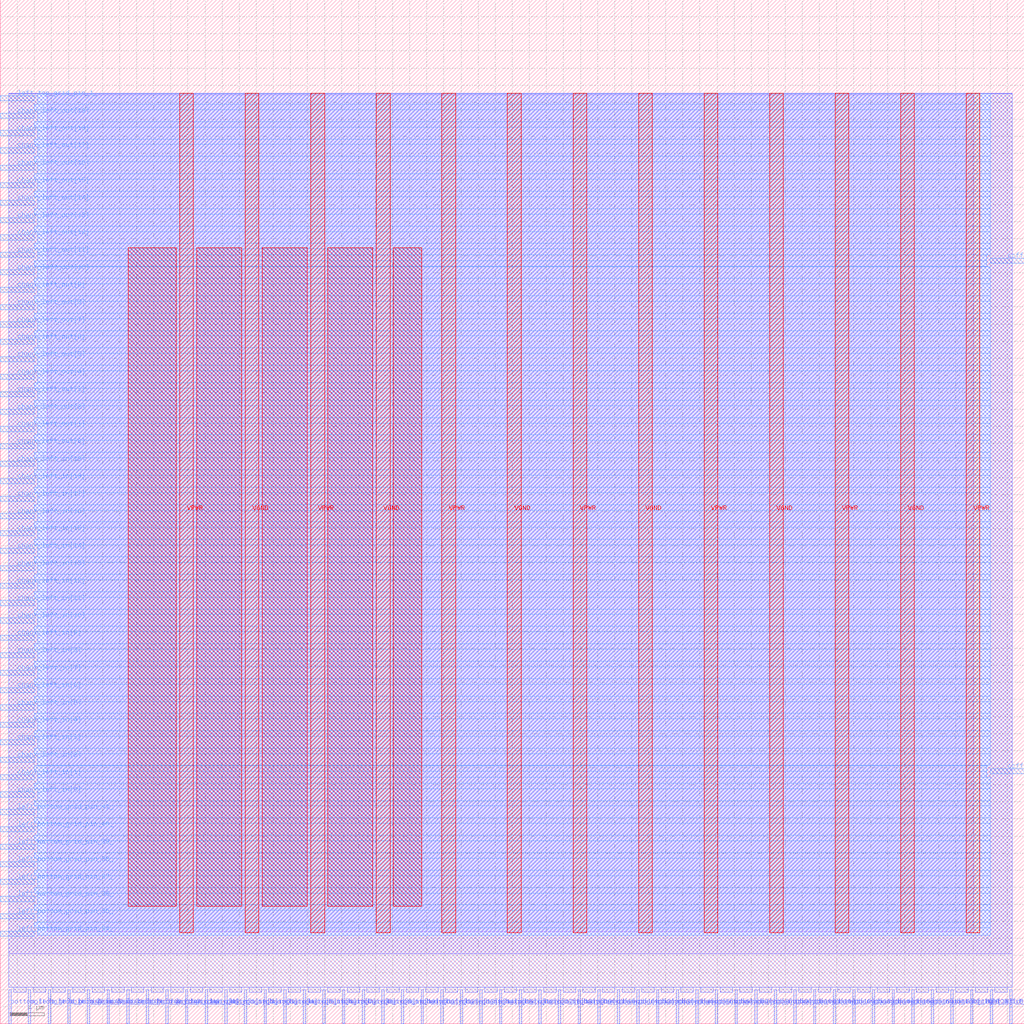
<source format=lef>
VERSION 5.7 ;
  NOWIREEXTENSIONATPIN ON ;
  DIVIDERCHAR "/" ;
  BUSBITCHARS "[]" ;
MACRO sb_2__2_
  CLASS BLOCK ;
  FOREIGN sb_2__2_ ;
  ORIGIN 0.000 0.000 ;
  SIZE 120.000 BY 120.000 ;
  PIN SC_IN_BOT
    DIRECTION INPUT ;
    USE SIGNAL ;
    PORT
      LAYER met2 ;
        RECT 113.710 0.000 113.990 4.000 ;
    END
  END SC_IN_BOT
  PIN SC_OUT_BOT
    DIRECTION OUTPUT TRISTATE ;
    USE SIGNAL ;
    PORT
      LAYER met2 ;
        RECT 116.010 0.000 116.290 4.000 ;
    END
  END SC_OUT_BOT
  PIN VGND
    DIRECTION INOUT ;
    USE GROUND ;
    PORT
      LAYER met4 ;
        RECT 28.720 10.640 30.320 109.040 ;
    END
    PORT
      LAYER met4 ;
        RECT 44.080 10.640 45.680 109.040 ;
    END
    PORT
      LAYER met4 ;
        RECT 59.440 10.640 61.040 109.040 ;
    END
    PORT
      LAYER met4 ;
        RECT 74.800 10.640 76.400 109.040 ;
    END
    PORT
      LAYER met4 ;
        RECT 90.160 10.640 91.760 109.040 ;
    END
    PORT
      LAYER met4 ;
        RECT 105.520 10.640 107.120 109.040 ;
    END
  END VGND
  PIN VPWR
    DIRECTION INOUT ;
    USE POWER ;
    PORT
      LAYER met4 ;
        RECT 21.040 10.640 22.640 109.040 ;
    END
    PORT
      LAYER met4 ;
        RECT 36.400 10.640 38.000 109.040 ;
    END
    PORT
      LAYER met4 ;
        RECT 51.760 10.640 53.360 109.040 ;
    END
    PORT
      LAYER met4 ;
        RECT 67.120 10.640 68.720 109.040 ;
    END
    PORT
      LAYER met4 ;
        RECT 82.480 10.640 84.080 109.040 ;
    END
    PORT
      LAYER met4 ;
        RECT 97.840 10.640 99.440 109.040 ;
    END
    PORT
      LAYER met4 ;
        RECT 113.200 10.640 114.800 109.040 ;
    END
  END VPWR
  PIN bottom_left_grid_pin_42_
    DIRECTION INPUT ;
    USE SIGNAL ;
    PORT
      LAYER met2 ;
        RECT 1.010 0.000 1.290 4.000 ;
    END
  END bottom_left_grid_pin_42_
  PIN bottom_left_grid_pin_43_
    DIRECTION INPUT ;
    USE SIGNAL ;
    PORT
      LAYER met2 ;
        RECT 3.310 0.000 3.590 4.000 ;
    END
  END bottom_left_grid_pin_43_
  PIN bottom_left_grid_pin_44_
    DIRECTION INPUT ;
    USE SIGNAL ;
    PORT
      LAYER met2 ;
        RECT 5.610 0.000 5.890 4.000 ;
    END
  END bottom_left_grid_pin_44_
  PIN bottom_left_grid_pin_45_
    DIRECTION INPUT ;
    USE SIGNAL ;
    PORT
      LAYER met2 ;
        RECT 7.910 0.000 8.190 4.000 ;
    END
  END bottom_left_grid_pin_45_
  PIN bottom_left_grid_pin_46_
    DIRECTION INPUT ;
    USE SIGNAL ;
    PORT
      LAYER met2 ;
        RECT 10.210 0.000 10.490 4.000 ;
    END
  END bottom_left_grid_pin_46_
  PIN bottom_left_grid_pin_47_
    DIRECTION INPUT ;
    USE SIGNAL ;
    PORT
      LAYER met2 ;
        RECT 12.510 0.000 12.790 4.000 ;
    END
  END bottom_left_grid_pin_47_
  PIN bottom_left_grid_pin_48_
    DIRECTION INPUT ;
    USE SIGNAL ;
    PORT
      LAYER met2 ;
        RECT 14.810 0.000 15.090 4.000 ;
    END
  END bottom_left_grid_pin_48_
  PIN bottom_left_grid_pin_49_
    DIRECTION INPUT ;
    USE SIGNAL ;
    PORT
      LAYER met2 ;
        RECT 17.110 0.000 17.390 4.000 ;
    END
  END bottom_left_grid_pin_49_
  PIN bottom_right_grid_pin_1_
    DIRECTION INPUT ;
    USE SIGNAL ;
    PORT
      LAYER met2 ;
        RECT 111.410 0.000 111.690 4.000 ;
    END
  END bottom_right_grid_pin_1_
  PIN ccff_head
    DIRECTION INPUT ;
    USE SIGNAL ;
    PORT
      LAYER met3 ;
        RECT 116.000 29.280 120.000 29.880 ;
    END
  END ccff_head
  PIN ccff_tail
    DIRECTION OUTPUT TRISTATE ;
    USE SIGNAL ;
    PORT
      LAYER met3 ;
        RECT 116.000 89.120 120.000 89.720 ;
    END
  END ccff_tail
  PIN chanx_left_in[0]
    DIRECTION INPUT ;
    USE SIGNAL ;
    PORT
      LAYER met3 ;
        RECT 0.000 26.560 4.000 27.160 ;
    END
  END chanx_left_in[0]
  PIN chanx_left_in[10]
    DIRECTION INPUT ;
    USE SIGNAL ;
    PORT
      LAYER met3 ;
        RECT 0.000 46.960 4.000 47.560 ;
    END
  END chanx_left_in[10]
  PIN chanx_left_in[11]
    DIRECTION INPUT ;
    USE SIGNAL ;
    PORT
      LAYER met3 ;
        RECT 0.000 49.000 4.000 49.600 ;
    END
  END chanx_left_in[11]
  PIN chanx_left_in[12]
    DIRECTION INPUT ;
    USE SIGNAL ;
    PORT
      LAYER met3 ;
        RECT 0.000 51.040 4.000 51.640 ;
    END
  END chanx_left_in[12]
  PIN chanx_left_in[13]
    DIRECTION INPUT ;
    USE SIGNAL ;
    PORT
      LAYER met3 ;
        RECT 0.000 53.080 4.000 53.680 ;
    END
  END chanx_left_in[13]
  PIN chanx_left_in[14]
    DIRECTION INPUT ;
    USE SIGNAL ;
    PORT
      LAYER met3 ;
        RECT 0.000 55.120 4.000 55.720 ;
    END
  END chanx_left_in[14]
  PIN chanx_left_in[15]
    DIRECTION INPUT ;
    USE SIGNAL ;
    PORT
      LAYER met3 ;
        RECT 0.000 57.160 4.000 57.760 ;
    END
  END chanx_left_in[15]
  PIN chanx_left_in[16]
    DIRECTION INPUT ;
    USE SIGNAL ;
    PORT
      LAYER met3 ;
        RECT 0.000 59.200 4.000 59.800 ;
    END
  END chanx_left_in[16]
  PIN chanx_left_in[17]
    DIRECTION INPUT ;
    USE SIGNAL ;
    PORT
      LAYER met3 ;
        RECT 0.000 61.240 4.000 61.840 ;
    END
  END chanx_left_in[17]
  PIN chanx_left_in[18]
    DIRECTION INPUT ;
    USE SIGNAL ;
    PORT
      LAYER met3 ;
        RECT 0.000 63.280 4.000 63.880 ;
    END
  END chanx_left_in[18]
  PIN chanx_left_in[19]
    DIRECTION INPUT ;
    USE SIGNAL ;
    PORT
      LAYER met3 ;
        RECT 0.000 65.320 4.000 65.920 ;
    END
  END chanx_left_in[19]
  PIN chanx_left_in[1]
    DIRECTION INPUT ;
    USE SIGNAL ;
    PORT
      LAYER met3 ;
        RECT 0.000 28.600 4.000 29.200 ;
    END
  END chanx_left_in[1]
  PIN chanx_left_in[2]
    DIRECTION INPUT ;
    USE SIGNAL ;
    PORT
      LAYER met3 ;
        RECT 0.000 30.640 4.000 31.240 ;
    END
  END chanx_left_in[2]
  PIN chanx_left_in[3]
    DIRECTION INPUT ;
    USE SIGNAL ;
    PORT
      LAYER met3 ;
        RECT 0.000 32.680 4.000 33.280 ;
    END
  END chanx_left_in[3]
  PIN chanx_left_in[4]
    DIRECTION INPUT ;
    USE SIGNAL ;
    PORT
      LAYER met3 ;
        RECT 0.000 34.720 4.000 35.320 ;
    END
  END chanx_left_in[4]
  PIN chanx_left_in[5]
    DIRECTION INPUT ;
    USE SIGNAL ;
    PORT
      LAYER met3 ;
        RECT 0.000 36.760 4.000 37.360 ;
    END
  END chanx_left_in[5]
  PIN chanx_left_in[6]
    DIRECTION INPUT ;
    USE SIGNAL ;
    PORT
      LAYER met3 ;
        RECT 0.000 38.800 4.000 39.400 ;
    END
  END chanx_left_in[6]
  PIN chanx_left_in[7]
    DIRECTION INPUT ;
    USE SIGNAL ;
    PORT
      LAYER met3 ;
        RECT 0.000 40.840 4.000 41.440 ;
    END
  END chanx_left_in[7]
  PIN chanx_left_in[8]
    DIRECTION INPUT ;
    USE SIGNAL ;
    PORT
      LAYER met3 ;
        RECT 0.000 42.880 4.000 43.480 ;
    END
  END chanx_left_in[8]
  PIN chanx_left_in[9]
    DIRECTION INPUT ;
    USE SIGNAL ;
    PORT
      LAYER met3 ;
        RECT 0.000 44.920 4.000 45.520 ;
    END
  END chanx_left_in[9]
  PIN chanx_left_out[0]
    DIRECTION OUTPUT TRISTATE ;
    USE SIGNAL ;
    PORT
      LAYER met3 ;
        RECT 0.000 67.360 4.000 67.960 ;
    END
  END chanx_left_out[0]
  PIN chanx_left_out[10]
    DIRECTION OUTPUT TRISTATE ;
    USE SIGNAL ;
    PORT
      LAYER met3 ;
        RECT 0.000 87.760 4.000 88.360 ;
    END
  END chanx_left_out[10]
  PIN chanx_left_out[11]
    DIRECTION OUTPUT TRISTATE ;
    USE SIGNAL ;
    PORT
      LAYER met3 ;
        RECT 0.000 89.800 4.000 90.400 ;
    END
  END chanx_left_out[11]
  PIN chanx_left_out[12]
    DIRECTION OUTPUT TRISTATE ;
    USE SIGNAL ;
    PORT
      LAYER met3 ;
        RECT 0.000 91.840 4.000 92.440 ;
    END
  END chanx_left_out[12]
  PIN chanx_left_out[13]
    DIRECTION OUTPUT TRISTATE ;
    USE SIGNAL ;
    PORT
      LAYER met3 ;
        RECT 0.000 93.880 4.000 94.480 ;
    END
  END chanx_left_out[13]
  PIN chanx_left_out[14]
    DIRECTION OUTPUT TRISTATE ;
    USE SIGNAL ;
    PORT
      LAYER met3 ;
        RECT 0.000 95.920 4.000 96.520 ;
    END
  END chanx_left_out[14]
  PIN chanx_left_out[15]
    DIRECTION OUTPUT TRISTATE ;
    USE SIGNAL ;
    PORT
      LAYER met3 ;
        RECT 0.000 97.960 4.000 98.560 ;
    END
  END chanx_left_out[15]
  PIN chanx_left_out[16]
    DIRECTION OUTPUT TRISTATE ;
    USE SIGNAL ;
    PORT
      LAYER met3 ;
        RECT 0.000 100.000 4.000 100.600 ;
    END
  END chanx_left_out[16]
  PIN chanx_left_out[17]
    DIRECTION OUTPUT TRISTATE ;
    USE SIGNAL ;
    PORT
      LAYER met3 ;
        RECT 0.000 102.040 4.000 102.640 ;
    END
  END chanx_left_out[17]
  PIN chanx_left_out[18]
    DIRECTION OUTPUT TRISTATE ;
    USE SIGNAL ;
    PORT
      LAYER met3 ;
        RECT 0.000 104.080 4.000 104.680 ;
    END
  END chanx_left_out[18]
  PIN chanx_left_out[19]
    DIRECTION OUTPUT TRISTATE ;
    USE SIGNAL ;
    PORT
      LAYER met3 ;
        RECT 0.000 106.120 4.000 106.720 ;
    END
  END chanx_left_out[19]
  PIN chanx_left_out[1]
    DIRECTION OUTPUT TRISTATE ;
    USE SIGNAL ;
    PORT
      LAYER met3 ;
        RECT 0.000 69.400 4.000 70.000 ;
    END
  END chanx_left_out[1]
  PIN chanx_left_out[2]
    DIRECTION OUTPUT TRISTATE ;
    USE SIGNAL ;
    PORT
      LAYER met3 ;
        RECT 0.000 71.440 4.000 72.040 ;
    END
  END chanx_left_out[2]
  PIN chanx_left_out[3]
    DIRECTION OUTPUT TRISTATE ;
    USE SIGNAL ;
    PORT
      LAYER met3 ;
        RECT 0.000 73.480 4.000 74.080 ;
    END
  END chanx_left_out[3]
  PIN chanx_left_out[4]
    DIRECTION OUTPUT TRISTATE ;
    USE SIGNAL ;
    PORT
      LAYER met3 ;
        RECT 0.000 75.520 4.000 76.120 ;
    END
  END chanx_left_out[4]
  PIN chanx_left_out[5]
    DIRECTION OUTPUT TRISTATE ;
    USE SIGNAL ;
    PORT
      LAYER met3 ;
        RECT 0.000 77.560 4.000 78.160 ;
    END
  END chanx_left_out[5]
  PIN chanx_left_out[6]
    DIRECTION OUTPUT TRISTATE ;
    USE SIGNAL ;
    PORT
      LAYER met3 ;
        RECT 0.000 79.600 4.000 80.200 ;
    END
  END chanx_left_out[6]
  PIN chanx_left_out[7]
    DIRECTION OUTPUT TRISTATE ;
    USE SIGNAL ;
    PORT
      LAYER met3 ;
        RECT 0.000 81.640 4.000 82.240 ;
    END
  END chanx_left_out[7]
  PIN chanx_left_out[8]
    DIRECTION OUTPUT TRISTATE ;
    USE SIGNAL ;
    PORT
      LAYER met3 ;
        RECT 0.000 83.680 4.000 84.280 ;
    END
  END chanx_left_out[8]
  PIN chanx_left_out[9]
    DIRECTION OUTPUT TRISTATE ;
    USE SIGNAL ;
    PORT
      LAYER met3 ;
        RECT 0.000 85.720 4.000 86.320 ;
    END
  END chanx_left_out[9]
  PIN chany_bottom_in[0]
    DIRECTION INPUT ;
    USE SIGNAL ;
    PORT
      LAYER met2 ;
        RECT 19.410 0.000 19.690 4.000 ;
    END
  END chany_bottom_in[0]
  PIN chany_bottom_in[10]
    DIRECTION INPUT ;
    USE SIGNAL ;
    PORT
      LAYER met2 ;
        RECT 42.410 0.000 42.690 4.000 ;
    END
  END chany_bottom_in[10]
  PIN chany_bottom_in[11]
    DIRECTION INPUT ;
    USE SIGNAL ;
    PORT
      LAYER met2 ;
        RECT 44.710 0.000 44.990 4.000 ;
    END
  END chany_bottom_in[11]
  PIN chany_bottom_in[12]
    DIRECTION INPUT ;
    USE SIGNAL ;
    PORT
      LAYER met2 ;
        RECT 47.010 0.000 47.290 4.000 ;
    END
  END chany_bottom_in[12]
  PIN chany_bottom_in[13]
    DIRECTION INPUT ;
    USE SIGNAL ;
    PORT
      LAYER met2 ;
        RECT 49.310 0.000 49.590 4.000 ;
    END
  END chany_bottom_in[13]
  PIN chany_bottom_in[14]
    DIRECTION INPUT ;
    USE SIGNAL ;
    PORT
      LAYER met2 ;
        RECT 51.610 0.000 51.890 4.000 ;
    END
  END chany_bottom_in[14]
  PIN chany_bottom_in[15]
    DIRECTION INPUT ;
    USE SIGNAL ;
    PORT
      LAYER met2 ;
        RECT 53.910 0.000 54.190 4.000 ;
    END
  END chany_bottom_in[15]
  PIN chany_bottom_in[16]
    DIRECTION INPUT ;
    USE SIGNAL ;
    PORT
      LAYER met2 ;
        RECT 56.210 0.000 56.490 4.000 ;
    END
  END chany_bottom_in[16]
  PIN chany_bottom_in[17]
    DIRECTION INPUT ;
    USE SIGNAL ;
    PORT
      LAYER met2 ;
        RECT 58.510 0.000 58.790 4.000 ;
    END
  END chany_bottom_in[17]
  PIN chany_bottom_in[18]
    DIRECTION INPUT ;
    USE SIGNAL ;
    PORT
      LAYER met2 ;
        RECT 60.810 0.000 61.090 4.000 ;
    END
  END chany_bottom_in[18]
  PIN chany_bottom_in[19]
    DIRECTION INPUT ;
    USE SIGNAL ;
    PORT
      LAYER met2 ;
        RECT 63.110 0.000 63.390 4.000 ;
    END
  END chany_bottom_in[19]
  PIN chany_bottom_in[1]
    DIRECTION INPUT ;
    USE SIGNAL ;
    PORT
      LAYER met2 ;
        RECT 21.710 0.000 21.990 4.000 ;
    END
  END chany_bottom_in[1]
  PIN chany_bottom_in[2]
    DIRECTION INPUT ;
    USE SIGNAL ;
    PORT
      LAYER met2 ;
        RECT 24.010 0.000 24.290 4.000 ;
    END
  END chany_bottom_in[2]
  PIN chany_bottom_in[3]
    DIRECTION INPUT ;
    USE SIGNAL ;
    PORT
      LAYER met2 ;
        RECT 26.310 0.000 26.590 4.000 ;
    END
  END chany_bottom_in[3]
  PIN chany_bottom_in[4]
    DIRECTION INPUT ;
    USE SIGNAL ;
    PORT
      LAYER met2 ;
        RECT 28.610 0.000 28.890 4.000 ;
    END
  END chany_bottom_in[4]
  PIN chany_bottom_in[5]
    DIRECTION INPUT ;
    USE SIGNAL ;
    PORT
      LAYER met2 ;
        RECT 30.910 0.000 31.190 4.000 ;
    END
  END chany_bottom_in[5]
  PIN chany_bottom_in[6]
    DIRECTION INPUT ;
    USE SIGNAL ;
    PORT
      LAYER met2 ;
        RECT 33.210 0.000 33.490 4.000 ;
    END
  END chany_bottom_in[6]
  PIN chany_bottom_in[7]
    DIRECTION INPUT ;
    USE SIGNAL ;
    PORT
      LAYER met2 ;
        RECT 35.510 0.000 35.790 4.000 ;
    END
  END chany_bottom_in[7]
  PIN chany_bottom_in[8]
    DIRECTION INPUT ;
    USE SIGNAL ;
    PORT
      LAYER met2 ;
        RECT 37.810 0.000 38.090 4.000 ;
    END
  END chany_bottom_in[8]
  PIN chany_bottom_in[9]
    DIRECTION INPUT ;
    USE SIGNAL ;
    PORT
      LAYER met2 ;
        RECT 40.110 0.000 40.390 4.000 ;
    END
  END chany_bottom_in[9]
  PIN chany_bottom_out[0]
    DIRECTION OUTPUT TRISTATE ;
    USE SIGNAL ;
    PORT
      LAYER met2 ;
        RECT 65.410 0.000 65.690 4.000 ;
    END
  END chany_bottom_out[0]
  PIN chany_bottom_out[10]
    DIRECTION OUTPUT TRISTATE ;
    USE SIGNAL ;
    PORT
      LAYER met2 ;
        RECT 88.410 0.000 88.690 4.000 ;
    END
  END chany_bottom_out[10]
  PIN chany_bottom_out[11]
    DIRECTION OUTPUT TRISTATE ;
    USE SIGNAL ;
    PORT
      LAYER met2 ;
        RECT 90.710 0.000 90.990 4.000 ;
    END
  END chany_bottom_out[11]
  PIN chany_bottom_out[12]
    DIRECTION OUTPUT TRISTATE ;
    USE SIGNAL ;
    PORT
      LAYER met2 ;
        RECT 93.010 0.000 93.290 4.000 ;
    END
  END chany_bottom_out[12]
  PIN chany_bottom_out[13]
    DIRECTION OUTPUT TRISTATE ;
    USE SIGNAL ;
    PORT
      LAYER met2 ;
        RECT 95.310 0.000 95.590 4.000 ;
    END
  END chany_bottom_out[13]
  PIN chany_bottom_out[14]
    DIRECTION OUTPUT TRISTATE ;
    USE SIGNAL ;
    PORT
      LAYER met2 ;
        RECT 97.610 0.000 97.890 4.000 ;
    END
  END chany_bottom_out[14]
  PIN chany_bottom_out[15]
    DIRECTION OUTPUT TRISTATE ;
    USE SIGNAL ;
    PORT
      LAYER met2 ;
        RECT 99.910 0.000 100.190 4.000 ;
    END
  END chany_bottom_out[15]
  PIN chany_bottom_out[16]
    DIRECTION OUTPUT TRISTATE ;
    USE SIGNAL ;
    PORT
      LAYER met2 ;
        RECT 102.210 0.000 102.490 4.000 ;
    END
  END chany_bottom_out[16]
  PIN chany_bottom_out[17]
    DIRECTION OUTPUT TRISTATE ;
    USE SIGNAL ;
    PORT
      LAYER met2 ;
        RECT 104.510 0.000 104.790 4.000 ;
    END
  END chany_bottom_out[17]
  PIN chany_bottom_out[18]
    DIRECTION OUTPUT TRISTATE ;
    USE SIGNAL ;
    PORT
      LAYER met2 ;
        RECT 106.810 0.000 107.090 4.000 ;
    END
  END chany_bottom_out[18]
  PIN chany_bottom_out[19]
    DIRECTION OUTPUT TRISTATE ;
    USE SIGNAL ;
    PORT
      LAYER met2 ;
        RECT 109.110 0.000 109.390 4.000 ;
    END
  END chany_bottom_out[19]
  PIN chany_bottom_out[1]
    DIRECTION OUTPUT TRISTATE ;
    USE SIGNAL ;
    PORT
      LAYER met2 ;
        RECT 67.710 0.000 67.990 4.000 ;
    END
  END chany_bottom_out[1]
  PIN chany_bottom_out[2]
    DIRECTION OUTPUT TRISTATE ;
    USE SIGNAL ;
    PORT
      LAYER met2 ;
        RECT 70.010 0.000 70.290 4.000 ;
    END
  END chany_bottom_out[2]
  PIN chany_bottom_out[3]
    DIRECTION OUTPUT TRISTATE ;
    USE SIGNAL ;
    PORT
      LAYER met2 ;
        RECT 72.310 0.000 72.590 4.000 ;
    END
  END chany_bottom_out[3]
  PIN chany_bottom_out[4]
    DIRECTION OUTPUT TRISTATE ;
    USE SIGNAL ;
    PORT
      LAYER met2 ;
        RECT 74.610 0.000 74.890 4.000 ;
    END
  END chany_bottom_out[4]
  PIN chany_bottom_out[5]
    DIRECTION OUTPUT TRISTATE ;
    USE SIGNAL ;
    PORT
      LAYER met2 ;
        RECT 76.910 0.000 77.190 4.000 ;
    END
  END chany_bottom_out[5]
  PIN chany_bottom_out[6]
    DIRECTION OUTPUT TRISTATE ;
    USE SIGNAL ;
    PORT
      LAYER met2 ;
        RECT 79.210 0.000 79.490 4.000 ;
    END
  END chany_bottom_out[6]
  PIN chany_bottom_out[7]
    DIRECTION OUTPUT TRISTATE ;
    USE SIGNAL ;
    PORT
      LAYER met2 ;
        RECT 81.510 0.000 81.790 4.000 ;
    END
  END chany_bottom_out[7]
  PIN chany_bottom_out[8]
    DIRECTION OUTPUT TRISTATE ;
    USE SIGNAL ;
    PORT
      LAYER met2 ;
        RECT 83.810 0.000 84.090 4.000 ;
    END
  END chany_bottom_out[8]
  PIN chany_bottom_out[9]
    DIRECTION OUTPUT TRISTATE ;
    USE SIGNAL ;
    PORT
      LAYER met2 ;
        RECT 86.110 0.000 86.390 4.000 ;
    END
  END chany_bottom_out[9]
  PIN left_bottom_grid_pin_34_
    DIRECTION INPUT ;
    USE SIGNAL ;
    PORT
      LAYER met3 ;
        RECT 0.000 10.240 4.000 10.840 ;
    END
  END left_bottom_grid_pin_34_
  PIN left_bottom_grid_pin_35_
    DIRECTION INPUT ;
    USE SIGNAL ;
    PORT
      LAYER met3 ;
        RECT 0.000 12.280 4.000 12.880 ;
    END
  END left_bottom_grid_pin_35_
  PIN left_bottom_grid_pin_36_
    DIRECTION INPUT ;
    USE SIGNAL ;
    PORT
      LAYER met3 ;
        RECT 0.000 14.320 4.000 14.920 ;
    END
  END left_bottom_grid_pin_36_
  PIN left_bottom_grid_pin_37_
    DIRECTION INPUT ;
    USE SIGNAL ;
    PORT
      LAYER met3 ;
        RECT 0.000 16.360 4.000 16.960 ;
    END
  END left_bottom_grid_pin_37_
  PIN left_bottom_grid_pin_38_
    DIRECTION INPUT ;
    USE SIGNAL ;
    PORT
      LAYER met3 ;
        RECT 0.000 18.400 4.000 19.000 ;
    END
  END left_bottom_grid_pin_38_
  PIN left_bottom_grid_pin_39_
    DIRECTION INPUT ;
    USE SIGNAL ;
    PORT
      LAYER met3 ;
        RECT 0.000 20.440 4.000 21.040 ;
    END
  END left_bottom_grid_pin_39_
  PIN left_bottom_grid_pin_40_
    DIRECTION INPUT ;
    USE SIGNAL ;
    PORT
      LAYER met3 ;
        RECT 0.000 22.480 4.000 23.080 ;
    END
  END left_bottom_grid_pin_40_
  PIN left_bottom_grid_pin_41_
    DIRECTION INPUT ;
    USE SIGNAL ;
    PORT
      LAYER met3 ;
        RECT 0.000 24.520 4.000 25.120 ;
    END
  END left_bottom_grid_pin_41_
  PIN left_top_grid_pin_1_
    DIRECTION INPUT ;
    USE SIGNAL ;
    PORT
      LAYER met3 ;
        RECT 0.000 108.160 4.000 108.760 ;
    END
  END left_top_grid_pin_1_
  PIN prog_clk_0_S_in
    DIRECTION INPUT ;
    USE SIGNAL ;
    PORT
      LAYER met2 ;
        RECT 118.310 0.000 118.590 4.000 ;
    END
  END prog_clk_0_S_in
  OBS
      LAYER li1 ;
        RECT 5.520 10.795 114.080 108.885 ;
      LAYER met1 ;
        RECT 0.990 8.200 118.610 109.040 ;
      LAYER met2 ;
        RECT 1.020 4.280 118.580 108.985 ;
        RECT 1.570 3.670 3.030 4.280 ;
        RECT 3.870 3.670 5.330 4.280 ;
        RECT 6.170 3.670 7.630 4.280 ;
        RECT 8.470 3.670 9.930 4.280 ;
        RECT 10.770 3.670 12.230 4.280 ;
        RECT 13.070 3.670 14.530 4.280 ;
        RECT 15.370 3.670 16.830 4.280 ;
        RECT 17.670 3.670 19.130 4.280 ;
        RECT 19.970 3.670 21.430 4.280 ;
        RECT 22.270 3.670 23.730 4.280 ;
        RECT 24.570 3.670 26.030 4.280 ;
        RECT 26.870 3.670 28.330 4.280 ;
        RECT 29.170 3.670 30.630 4.280 ;
        RECT 31.470 3.670 32.930 4.280 ;
        RECT 33.770 3.670 35.230 4.280 ;
        RECT 36.070 3.670 37.530 4.280 ;
        RECT 38.370 3.670 39.830 4.280 ;
        RECT 40.670 3.670 42.130 4.280 ;
        RECT 42.970 3.670 44.430 4.280 ;
        RECT 45.270 3.670 46.730 4.280 ;
        RECT 47.570 3.670 49.030 4.280 ;
        RECT 49.870 3.670 51.330 4.280 ;
        RECT 52.170 3.670 53.630 4.280 ;
        RECT 54.470 3.670 55.930 4.280 ;
        RECT 56.770 3.670 58.230 4.280 ;
        RECT 59.070 3.670 60.530 4.280 ;
        RECT 61.370 3.670 62.830 4.280 ;
        RECT 63.670 3.670 65.130 4.280 ;
        RECT 65.970 3.670 67.430 4.280 ;
        RECT 68.270 3.670 69.730 4.280 ;
        RECT 70.570 3.670 72.030 4.280 ;
        RECT 72.870 3.670 74.330 4.280 ;
        RECT 75.170 3.670 76.630 4.280 ;
        RECT 77.470 3.670 78.930 4.280 ;
        RECT 79.770 3.670 81.230 4.280 ;
        RECT 82.070 3.670 83.530 4.280 ;
        RECT 84.370 3.670 85.830 4.280 ;
        RECT 86.670 3.670 88.130 4.280 ;
        RECT 88.970 3.670 90.430 4.280 ;
        RECT 91.270 3.670 92.730 4.280 ;
        RECT 93.570 3.670 95.030 4.280 ;
        RECT 95.870 3.670 97.330 4.280 ;
        RECT 98.170 3.670 99.630 4.280 ;
        RECT 100.470 3.670 101.930 4.280 ;
        RECT 102.770 3.670 104.230 4.280 ;
        RECT 105.070 3.670 106.530 4.280 ;
        RECT 107.370 3.670 108.830 4.280 ;
        RECT 109.670 3.670 111.130 4.280 ;
        RECT 111.970 3.670 113.430 4.280 ;
        RECT 114.270 3.670 115.730 4.280 ;
        RECT 116.570 3.670 118.030 4.280 ;
      LAYER met3 ;
        RECT 4.400 107.760 116.000 108.965 ;
        RECT 4.000 107.120 116.000 107.760 ;
        RECT 4.400 105.720 116.000 107.120 ;
        RECT 4.000 105.080 116.000 105.720 ;
        RECT 4.400 103.680 116.000 105.080 ;
        RECT 4.000 103.040 116.000 103.680 ;
        RECT 4.400 101.640 116.000 103.040 ;
        RECT 4.000 101.000 116.000 101.640 ;
        RECT 4.400 99.600 116.000 101.000 ;
        RECT 4.000 98.960 116.000 99.600 ;
        RECT 4.400 97.560 116.000 98.960 ;
        RECT 4.000 96.920 116.000 97.560 ;
        RECT 4.400 95.520 116.000 96.920 ;
        RECT 4.000 94.880 116.000 95.520 ;
        RECT 4.400 93.480 116.000 94.880 ;
        RECT 4.000 92.840 116.000 93.480 ;
        RECT 4.400 91.440 116.000 92.840 ;
        RECT 4.000 90.800 116.000 91.440 ;
        RECT 4.400 90.120 116.000 90.800 ;
        RECT 4.400 89.400 115.600 90.120 ;
        RECT 4.000 88.760 115.600 89.400 ;
        RECT 4.400 88.720 115.600 88.760 ;
        RECT 4.400 87.360 116.000 88.720 ;
        RECT 4.000 86.720 116.000 87.360 ;
        RECT 4.400 85.320 116.000 86.720 ;
        RECT 4.000 84.680 116.000 85.320 ;
        RECT 4.400 83.280 116.000 84.680 ;
        RECT 4.000 82.640 116.000 83.280 ;
        RECT 4.400 81.240 116.000 82.640 ;
        RECT 4.000 80.600 116.000 81.240 ;
        RECT 4.400 79.200 116.000 80.600 ;
        RECT 4.000 78.560 116.000 79.200 ;
        RECT 4.400 77.160 116.000 78.560 ;
        RECT 4.000 76.520 116.000 77.160 ;
        RECT 4.400 75.120 116.000 76.520 ;
        RECT 4.000 74.480 116.000 75.120 ;
        RECT 4.400 73.080 116.000 74.480 ;
        RECT 4.000 72.440 116.000 73.080 ;
        RECT 4.400 71.040 116.000 72.440 ;
        RECT 4.000 70.400 116.000 71.040 ;
        RECT 4.400 69.000 116.000 70.400 ;
        RECT 4.000 68.360 116.000 69.000 ;
        RECT 4.400 66.960 116.000 68.360 ;
        RECT 4.000 66.320 116.000 66.960 ;
        RECT 4.400 64.920 116.000 66.320 ;
        RECT 4.000 64.280 116.000 64.920 ;
        RECT 4.400 62.880 116.000 64.280 ;
        RECT 4.000 62.240 116.000 62.880 ;
        RECT 4.400 60.840 116.000 62.240 ;
        RECT 4.000 60.200 116.000 60.840 ;
        RECT 4.400 58.800 116.000 60.200 ;
        RECT 4.000 58.160 116.000 58.800 ;
        RECT 4.400 56.760 116.000 58.160 ;
        RECT 4.000 56.120 116.000 56.760 ;
        RECT 4.400 54.720 116.000 56.120 ;
        RECT 4.000 54.080 116.000 54.720 ;
        RECT 4.400 52.680 116.000 54.080 ;
        RECT 4.000 52.040 116.000 52.680 ;
        RECT 4.400 50.640 116.000 52.040 ;
        RECT 4.000 50.000 116.000 50.640 ;
        RECT 4.400 48.600 116.000 50.000 ;
        RECT 4.000 47.960 116.000 48.600 ;
        RECT 4.400 46.560 116.000 47.960 ;
        RECT 4.000 45.920 116.000 46.560 ;
        RECT 4.400 44.520 116.000 45.920 ;
        RECT 4.000 43.880 116.000 44.520 ;
        RECT 4.400 42.480 116.000 43.880 ;
        RECT 4.000 41.840 116.000 42.480 ;
        RECT 4.400 40.440 116.000 41.840 ;
        RECT 4.000 39.800 116.000 40.440 ;
        RECT 4.400 38.400 116.000 39.800 ;
        RECT 4.000 37.760 116.000 38.400 ;
        RECT 4.400 36.360 116.000 37.760 ;
        RECT 4.000 35.720 116.000 36.360 ;
        RECT 4.400 34.320 116.000 35.720 ;
        RECT 4.000 33.680 116.000 34.320 ;
        RECT 4.400 32.280 116.000 33.680 ;
        RECT 4.000 31.640 116.000 32.280 ;
        RECT 4.400 30.280 116.000 31.640 ;
        RECT 4.400 30.240 115.600 30.280 ;
        RECT 4.000 29.600 115.600 30.240 ;
        RECT 4.400 28.880 115.600 29.600 ;
        RECT 4.400 28.200 116.000 28.880 ;
        RECT 4.000 27.560 116.000 28.200 ;
        RECT 4.400 26.160 116.000 27.560 ;
        RECT 4.000 25.520 116.000 26.160 ;
        RECT 4.400 24.120 116.000 25.520 ;
        RECT 4.000 23.480 116.000 24.120 ;
        RECT 4.400 22.080 116.000 23.480 ;
        RECT 4.000 21.440 116.000 22.080 ;
        RECT 4.400 20.040 116.000 21.440 ;
        RECT 4.000 19.400 116.000 20.040 ;
        RECT 4.400 18.000 116.000 19.400 ;
        RECT 4.000 17.360 116.000 18.000 ;
        RECT 4.400 15.960 116.000 17.360 ;
        RECT 4.000 15.320 116.000 15.960 ;
        RECT 4.400 13.920 116.000 15.320 ;
        RECT 4.000 13.280 116.000 13.920 ;
        RECT 4.400 11.880 116.000 13.280 ;
        RECT 4.000 11.240 116.000 11.880 ;
        RECT 4.400 10.375 116.000 11.240 ;
      LAYER met4 ;
        RECT 15.015 13.775 20.640 90.945 ;
        RECT 23.040 13.775 28.320 90.945 ;
        RECT 30.720 13.775 36.000 90.945 ;
        RECT 38.400 13.775 43.680 90.945 ;
        RECT 46.080 13.775 49.385 90.945 ;
  END
END sb_2__2_
END LIBRARY


</source>
